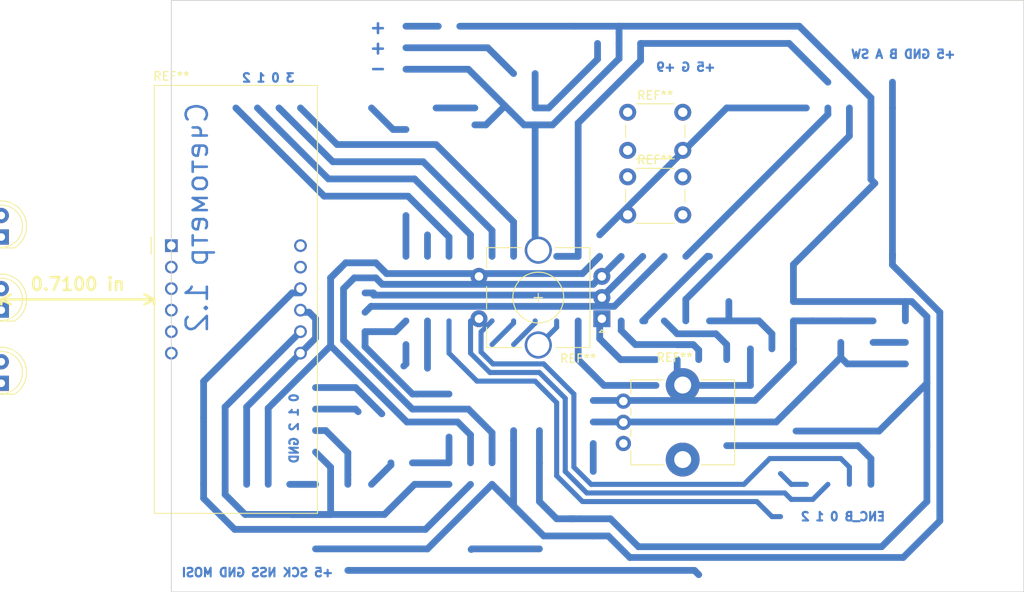
<source format=kicad_pcb>
(kicad_pcb (version 20171130) (host pcbnew "(5.0.2)-1")

  (general
    (thickness 1.6)
    (drawings 23)
    (tracks 278)
    (zones 0)
    (modules 8)
    (nets 32)
  )

  (page A4)
  (layers
    (0 F.Cu signal hide)
    (31 B.Cu signal hide)
    (32 B.Adhes user hide)
    (33 F.Adhes user hide)
    (34 B.Paste user hide)
    (35 F.Paste user hide)
    (36 B.SilkS user hide)
    (37 F.SilkS user)
    (38 B.Mask user hide)
    (39 F.Mask user hide)
    (40 Dwgs.User user hide)
    (41 Cmts.User user hide)
    (42 Eco1.User user hide)
    (43 Eco2.User user hide)
    (44 Edge.Cuts user)
    (45 Margin user hide)
    (46 B.CrtYd user hide)
    (47 F.CrtYd user hide)
    (48 B.Fab user hide)
    (49 F.Fab user)
  )

  (setup
    (last_trace_width 0.8)
    (trace_clearance 0.2)
    (zone_clearance 0.508)
    (zone_45_only no)
    (trace_min 0.2)
    (segment_width 0.2)
    (edge_width 0.1)
    (via_size 0.8)
    (via_drill 0.4)
    (via_min_size 0.4)
    (via_min_drill 0.3)
    (uvia_size 0.3)
    (uvia_drill 0.1)
    (uvias_allowed no)
    (uvia_min_size 0.2)
    (uvia_min_drill 0.1)
    (pcb_text_width 0.3)
    (pcb_text_size 1.5 1.5)
    (mod_edge_width 0.15)
    (mod_text_size 1 1)
    (mod_text_width 0.15)
    (pad_size 1.5 1.5)
    (pad_drill 0.6)
    (pad_to_mask_clearance 0)
    (solder_mask_min_width 0.25)
    (aux_axis_origin 123.698 182.372)
    (visible_elements 7FFFFFFF)
    (pcbplotparams
      (layerselection 0x010fc_ffffffff)
      (usegerberextensions false)
      (usegerberattributes false)
      (usegerberadvancedattributes false)
      (creategerberjobfile false)
      (excludeedgelayer true)
      (linewidth 0.100000)
      (plotframeref false)
      (viasonmask false)
      (mode 1)
      (useauxorigin false)
      (hpglpennumber 1)
      (hpglpenspeed 20)
      (hpglpendiameter 15.000000)
      (psnegative false)
      (psa4output false)
      (plotreference true)
      (plotvalue true)
      (plotinvisibletext false)
      (padsonsilk false)
      (subtractmaskfromsilk false)
      (outputformat 1)
      (mirror false)
      (drillshape 1)
      (scaleselection 1)
      (outputdirectory ""))
  )

  (net 0 "")
  (net 1 "Net-(BT1-Pad1)")
  (net 2 GND)
  (net 3 "Net-(C3-Pad1)")
  (net 4 +9V)
  (net 5 +5V)
  (net 6 "Net-(J1-Pad3)")
  (net 7 "Net-(J3-Pad2)")
  (net 8 NRST)
  (net 9 BUTTON2)
  (net 10 BUTTON1)
  (net 11 BUTTON0)
  (net 12 ENC_BUTTON)
  (net 13 DIG3)
  (net 14 DIG0)
  (net 15 DIG1)
  (net 16 DIG2)
  (net 17 LED0)
  (net 18 LED1)
  (net 19 ENC_A)
  (net 20 ENC_B)
  (net 21 SPI_NSS)
  (net 22 SOUND_OUT)
  (net 23 "Net-(LS1-Pad2)")
  (net 24 "Net-(R12-Pad2)")
  (net 25 "Net-(R18-Pad1)")
  (net 26 "Net-(R18-Pad2)")
  (net 27 "Net-(R23-Pad2)")
  (net 28 "Net-(J7-Pad1)")
  (net 29 "Net-(J7-Pad2)")
  (net 30 "Net-(J7-Pad3)")
  (net 31 "Net-(R25-Pad2)")

  (net_class Default "Это класс цепей по умолчанию."
    (clearance 0.2)
    (trace_width 0.8)
    (via_dia 0.8)
    (via_drill 0.4)
    (uvia_dia 0.3)
    (uvia_drill 0.1)
    (add_net +5V)
    (add_net +9V)
    (add_net BUTTON0)
    (add_net BUTTON1)
    (add_net BUTTON2)
    (add_net DIG0)
    (add_net DIG1)
    (add_net DIG2)
    (add_net DIG3)
    (add_net ENC_A)
    (add_net ENC_B)
    (add_net ENC_BUTTON)
    (add_net GND)
    (add_net LED0)
    (add_net LED1)
    (add_net NRST)
    (add_net "Net-(BT1-Pad1)")
    (add_net "Net-(C3-Pad1)")
    (add_net "Net-(J1-Pad3)")
    (add_net "Net-(J3-Pad2)")
    (add_net "Net-(J7-Pad1)")
    (add_net "Net-(J7-Pad2)")
    (add_net "Net-(J7-Pad3)")
    (add_net "Net-(LS1-Pad2)")
    (add_net "Net-(R12-Pad2)")
    (add_net "Net-(R18-Pad1)")
    (add_net "Net-(R18-Pad2)")
    (add_net "Net-(R23-Pad2)")
    (add_net "Net-(R25-Pad2)")
    (add_net SOUND_OUT)
    (add_net SPI_NSS)
  )

  (module Display_7Segment:CC56-12GWA (layer F.Cu) (tedit 5A02FE84) (tstamp 5DE35DAB)
    (at 133.096 84.582)
    (descr "4 digit 7 segment green LED, http://www.kingbrightusa.com/images/catalog/SPEC/CA56-11GWA.pdf")
    (tags "4 digit 7 segment green LED")
    (fp_text reference REF** (at 0 -20) (layer F.SilkS)
      (effects (font (size 1 1) (thickness 0.15)))
    )
    (fp_text value CC56-12GWA (at 82.296 -8.636) (layer F.Fab)
      (effects (font (size 1 1) (thickness 0.15)))
    )
    (fp_text user %R (at 8.128 6.604) (layer F.Fab)
      (effects (font (size 1 1) (thickness 0.15)))
    )
    (fp_line (start -1.88 1) (end -1.88 31.5) (layer F.Fab) (width 0.1))
    (fp_line (start -1.88 31.5) (end 17.12 31.5) (layer F.Fab) (width 0.1))
    (fp_line (start 17.12 -18.8) (end 17.12 31.5) (layer F.Fab) (width 0.1))
    (fp_line (start -1.88 -18.8) (end 17.12 -18.8) (layer F.Fab) (width 0.1))
    (fp_line (start -2.38 -1) (end -2.38 1) (layer F.SilkS) (width 0.12))
    (fp_line (start -2.13 31.75) (end -2.13 -19.05) (layer F.CrtYd) (width 0.05))
    (fp_line (start 17.37 31.75) (end -2.13 31.75) (layer F.CrtYd) (width 0.05))
    (fp_line (start 17.37 -19.05) (end 17.37 31.75) (layer F.CrtYd) (width 0.05))
    (fp_line (start -2.13 -19.05) (end 17.37 -19.05) (layer F.CrtYd) (width 0.05))
    (fp_line (start -1.88 -1) (end -1.88 -18.8) (layer F.Fab) (width 0.1))
    (fp_line (start -0.88 0) (end -1.88 -1) (layer F.Fab) (width 0.1))
    (fp_line (start -1.88 1) (end -0.88 0) (layer F.Fab) (width 0.1))
    (fp_line (start 17.24 31.62) (end 17.24 -18.92) (layer F.SilkS) (width 0.12))
    (fp_line (start -2 31.62) (end 17.24 31.62) (layer F.SilkS) (width 0.12))
    (fp_line (start -2 -18.92) (end -2 31.62) (layer F.SilkS) (width 0.12))
    (fp_line (start -2 -18.92) (end 17.24 -18.92) (layer F.SilkS) (width 0.12))
    (pad 12 thru_hole circle (at 15.24 0) (size 1.5 1.5) (drill 1) (layers *.Cu *.Mask))
    (pad 11 thru_hole circle (at 15.24 2.54) (size 1.5 1.5) (drill 1) (layers *.Cu *.Mask))
    (pad 10 thru_hole circle (at 15.24 5.08) (size 1.5 1.5) (drill 1) (layers *.Cu *.Mask))
    (pad 9 thru_hole circle (at 15.24 7.62) (size 1.5 1.5) (drill 1) (layers *.Cu *.Mask))
    (pad 8 thru_hole circle (at 15.24 10.16) (size 1.5 1.5) (drill 1) (layers *.Cu *.Mask))
    (pad 7 thru_hole circle (at 15.24 12.7) (size 1.5 1.5) (drill 1) (layers *.Cu *.Mask))
    (pad 6 thru_hole circle (at 0 12.7) (size 1.5 1.5) (drill 1) (layers *.Cu *.Mask))
    (pad 5 thru_hole circle (at 0 10.16) (size 1.5 1.5) (drill 1) (layers *.Cu *.Mask))
    (pad 4 thru_hole circle (at 0 7.62) (size 1.5 1.5) (drill 1) (layers *.Cu *.Mask))
    (pad 3 thru_hole circle (at 0 5.08) (size 1.5 1.5) (drill 1) (layers *.Cu *.Mask))
    (pad 2 thru_hole circle (at 0 2.54) (size 1.5 1.5) (drill 1) (layers *.Cu *.Mask))
    (pad 1 thru_hole rect (at 0 0) (size 1.5 1.5) (drill 1) (layers *.Cu *.Mask))
    (model ${KISYS3DMOD}/Display_7Segment.3dshapes/CC56-12GWA.wrl
      (at (xyz 0 0 0))
      (scale (xyz 1 1 1))
      (rotate (xyz 0 0 0))
    )
  )

  (module Rotary_Encoder:RotaryEncoder_Alps_EC11E-Switch_Vertical_H20mm_CircularMountingHoles (layer F.Cu) (tedit 5DD6D286) (tstamp 5DE35FF8)
    (at 183.896 93.218 180)
    (descr "Alps rotary encoder, EC12E... with switch, vertical shaft, mounting holes with circular drills, http://www.alps.com/prod/info/E/HTML/Encoder/Incremental/EC11/EC11E15204A3.html")
    (tags "rotary encoder")
    (fp_text reference REF** (at 2.8 -4.7 180) (layer F.SilkS)
      (effects (font (size 1 1) (thickness 0.15)))
    )
    (fp_text value RotaryEncoder_Alps_EC11E-Switch_Vertical_H20mm_CircularMountingHoles (at -25.654 32.258 180) (layer F.Fab)
      (effects (font (size 1 1) (thickness 0.15)))
    )
    (fp_circle (center 7.5 2.5) (end 10.5 2.5) (layer F.Fab) (width 0.12))
    (fp_circle (center 7.5 2.5) (end 10.5 2.5) (layer F.SilkS) (width 0.12))
    (fp_line (start 16 10.2) (end -1.5 10.2) (layer F.CrtYd) (width 0.05))
    (fp_line (start 16 10.2) (end 16 -5.2) (layer F.CrtYd) (width 0.05))
    (fp_line (start -1.5 -5.2) (end -1.5 10.2) (layer F.CrtYd) (width 0.05))
    (fp_line (start -1.5 -5.2) (end 16 -5.2) (layer F.CrtYd) (width 0.05))
    (fp_line (start 2.5 -3.3) (end 13.5 -3.3) (layer F.Fab) (width 0.12))
    (fp_line (start 13.5 -3.3) (end 13.5 8.3) (layer F.Fab) (width 0.12))
    (fp_line (start 13.5 8.3) (end 1.5 8.3) (layer F.Fab) (width 0.12))
    (fp_line (start 1.5 8.3) (end 1.5 -2.2) (layer F.Fab) (width 0.12))
    (fp_line (start 1.5 -2.2) (end 2.5 -3.3) (layer F.Fab) (width 0.12))
    (fp_line (start 9.5 -3.4) (end 13.6 -3.4) (layer F.SilkS) (width 0.12))
    (fp_line (start 13.6 8.4) (end 9.5 8.4) (layer F.SilkS) (width 0.12))
    (fp_line (start 5.5 8.4) (end 1.4 8.4) (layer F.SilkS) (width 0.12))
    (fp_line (start 5.5 -3.4) (end 1.4 -3.4) (layer F.SilkS) (width 0.12))
    (fp_line (start 1.4 -3.4) (end 1.4 8.4) (layer F.SilkS) (width 0.12))
    (fp_line (start 0 -1.3) (end -0.3 -1.6) (layer F.SilkS) (width 0.12))
    (fp_line (start -0.3 -1.6) (end 0.3 -1.6) (layer F.SilkS) (width 0.12))
    (fp_line (start 0.3 -1.6) (end 0 -1.3) (layer F.SilkS) (width 0.12))
    (fp_line (start 7.5 -0.5) (end 7.5 5.5) (layer F.Fab) (width 0.12))
    (fp_line (start 4.5 2.5) (end 10.5 2.5) (layer F.Fab) (width 0.12))
    (fp_line (start 13.6 -3.4) (end 13.6 -1) (layer F.SilkS) (width 0.12))
    (fp_line (start 13.6 1.2) (end 13.6 3.8) (layer F.SilkS) (width 0.12))
    (fp_line (start 13.6 6) (end 13.6 8.4) (layer F.SilkS) (width 0.12))
    (fp_line (start 7.5 2) (end 7.5 3) (layer F.SilkS) (width 0.12))
    (fp_line (start 7 2.5) (end 8 2.5) (layer F.SilkS) (width 0.12))
    (fp_text user %R (at 11.1 6.3 180) (layer F.Fab)
      (effects (font (size 1 1) (thickness 0.15)))
    )
    (pad A thru_hole rect (at 0 0 180) (size 2 2) (drill 1) (layers *.Cu *.Mask))
    (pad C thru_hole circle (at 0 2.5 180) (size 2 2) (drill 1) (layers *.Cu *.Mask))
    (pad B thru_hole circle (at 0 5 180) (size 2 2) (drill 1) (layers *.Cu *.Mask))
    (pad MP thru_hole circle (at 7.5 -3.1 180) (size 3.2 3.2) (drill 2.6) (layers *.Cu *.Mask))
    (pad MP thru_hole circle (at 7.5 8.1 180) (size 3.2 3.2) (drill 2.6) (layers *.Cu *.Mask))
    (pad S2 thru_hole circle (at 14.5 0 180) (size 2 2) (drill 1) (layers *.Cu *.Mask))
    (pad S1 thru_hole circle (at 14.5 5 180) (size 2 2) (drill 1) (layers *.Cu *.Mask))
    (model ${KISYS3DMOD}/Rotary_Encoder.3dshapes/RotaryEncoder_Alps_EC11E-Switch_Vertical_H20mm_CircularMountingHoles.wrl
      (at (xyz 0 0 0))
      (scale (xyz 1 1 1))
      (rotate (xyz 0 0 0))
    )
  )

  (module Potentiometer_THT:Potentiometer_Alps_RK09K_Single_Vertical (layer F.Cu) (tedit 5A3D4993) (tstamp 5DE36B55)
    (at 186.436 107.95)
    (descr "Potentiometer, vertical, Alps RK09K Single, http://www.alps.com/prod/info/E/HTML/Potentiometer/RotaryPotentiometers/RK09K/RK09K_list.html")
    (tags "Potentiometer vertical Alps RK09K Single")
    (fp_text reference REF** (at 6.05 -10.15) (layer F.SilkS)
      (effects (font (size 1 1) (thickness 0.15)))
    )
    (fp_text value Potentiometer_Alps_RK09K_Single_Vertical (at 27.178 -36.83) (layer F.Fab)
      (effects (font (size 1 1) (thickness 0.15)))
    )
    (fp_text user %R (at 2 -2.5 90) (layer F.Fab)
      (effects (font (size 1 1) (thickness 0.15)))
    )
    (fp_line (start 13.25 -9.15) (end -1.15 -9.15) (layer F.CrtYd) (width 0.05))
    (fp_line (start 13.25 4.15) (end 13.25 -9.15) (layer F.CrtYd) (width 0.05))
    (fp_line (start -1.15 4.15) (end 13.25 4.15) (layer F.CrtYd) (width 0.05))
    (fp_line (start -1.15 -9.15) (end -1.15 4.15) (layer F.CrtYd) (width 0.05))
    (fp_line (start 13.12 -7.521) (end 13.12 2.52) (layer F.SilkS) (width 0.12))
    (fp_line (start 0.88 0.87) (end 0.88 2.52) (layer F.SilkS) (width 0.12))
    (fp_line (start 0.88 -1.629) (end 0.88 -0.87) (layer F.SilkS) (width 0.12))
    (fp_line (start 0.88 -4.129) (end 0.88 -3.37) (layer F.SilkS) (width 0.12))
    (fp_line (start 0.88 -7.521) (end 0.88 -5.871) (layer F.SilkS) (width 0.12))
    (fp_line (start 9.184 2.52) (end 13.12 2.52) (layer F.SilkS) (width 0.12))
    (fp_line (start 0.88 2.52) (end 4.817 2.52) (layer F.SilkS) (width 0.12))
    (fp_line (start 9.184 -7.521) (end 13.12 -7.521) (layer F.SilkS) (width 0.12))
    (fp_line (start 0.88 -7.521) (end 4.817 -7.521) (layer F.SilkS) (width 0.12))
    (fp_line (start 13 -7.4) (end 1 -7.4) (layer F.Fab) (width 0.1))
    (fp_line (start 13 2.4) (end 13 -7.4) (layer F.Fab) (width 0.1))
    (fp_line (start 1 2.4) (end 13 2.4) (layer F.Fab) (width 0.1))
    (fp_line (start 1 -7.4) (end 1 2.4) (layer F.Fab) (width 0.1))
    (fp_circle (center 7.5 -2.5) (end 10.5 -2.5) (layer F.Fab) (width 0.1))
    (pad "" np_thru_hole circle (at 7 1.9) (size 4 4) (drill 2) (layers *.Cu *.Mask))
    (pad "" np_thru_hole circle (at 7 -6.9) (size 4 4) (drill 2) (layers *.Cu *.Mask))
    (pad 1 thru_hole circle (at 0 0) (size 1.8 1.8) (drill 1) (layers *.Cu *.Mask))
    (pad 2 thru_hole circle (at 0 -2.5) (size 1.8 1.8) (drill 1) (layers *.Cu *.Mask))
    (pad 3 thru_hole circle (at 0 -5) (size 1.8 1.8) (drill 1) (layers *.Cu *.Mask))
    (model ${KISYS3DMOD}/Potentiometer_THT.3dshapes/Potentiometer_Alps_RK09K_Single_Vertical.wrl
      (at (xyz 0 0 0))
      (scale (xyz 1 1 1))
      (rotate (xyz 0 0 0))
    )
  )

  (module Button_Switch_THT:SW_PUSH_6mm_H5mm (layer F.Cu) (tedit 5A02FE31) (tstamp 5DE36C86)
    (at 186.944 76.454)
    (descr "tactile push button, 6x6mm e.g. PHAP33xx series, height=5mm")
    (tags "tact sw push 6mm")
    (fp_text reference REF** (at 3.25 -2) (layer F.SilkS)
      (effects (font (size 1 1) (thickness 0.15)))
    )
    (fp_text value SW_PUSH_6mm_H5mm (at 26.67 -9.398) (layer F.Fab)
      (effects (font (size 1 1) (thickness 0.15)))
    )
    (fp_circle (center 3.25 2.25) (end 1.25 2.5) (layer F.Fab) (width 0.1))
    (fp_line (start 6.75 3) (end 6.75 1.5) (layer F.SilkS) (width 0.12))
    (fp_line (start 5.5 -1) (end 1 -1) (layer F.SilkS) (width 0.12))
    (fp_line (start -0.25 1.5) (end -0.25 3) (layer F.SilkS) (width 0.12))
    (fp_line (start 1 5.5) (end 5.5 5.5) (layer F.SilkS) (width 0.12))
    (fp_line (start 8 -1.25) (end 8 5.75) (layer F.CrtYd) (width 0.05))
    (fp_line (start 7.75 6) (end -1.25 6) (layer F.CrtYd) (width 0.05))
    (fp_line (start -1.5 5.75) (end -1.5 -1.25) (layer F.CrtYd) (width 0.05))
    (fp_line (start -1.25 -1.5) (end 7.75 -1.5) (layer F.CrtYd) (width 0.05))
    (fp_line (start -1.5 6) (end -1.25 6) (layer F.CrtYd) (width 0.05))
    (fp_line (start -1.5 5.75) (end -1.5 6) (layer F.CrtYd) (width 0.05))
    (fp_line (start -1.5 -1.5) (end -1.25 -1.5) (layer F.CrtYd) (width 0.05))
    (fp_line (start -1.5 -1.25) (end -1.5 -1.5) (layer F.CrtYd) (width 0.05))
    (fp_line (start 8 -1.5) (end 8 -1.25) (layer F.CrtYd) (width 0.05))
    (fp_line (start 7.75 -1.5) (end 8 -1.5) (layer F.CrtYd) (width 0.05))
    (fp_line (start 8 6) (end 8 5.75) (layer F.CrtYd) (width 0.05))
    (fp_line (start 7.75 6) (end 8 6) (layer F.CrtYd) (width 0.05))
    (fp_line (start 0.25 -0.75) (end 3.25 -0.75) (layer F.Fab) (width 0.1))
    (fp_line (start 0.25 5.25) (end 0.25 -0.75) (layer F.Fab) (width 0.1))
    (fp_line (start 6.25 5.25) (end 0.25 5.25) (layer F.Fab) (width 0.1))
    (fp_line (start 6.25 -0.75) (end 6.25 5.25) (layer F.Fab) (width 0.1))
    (fp_line (start 3.25 -0.75) (end 6.25 -0.75) (layer F.Fab) (width 0.1))
    (fp_text user %R (at 3.25 2.25) (layer F.Fab)
      (effects (font (size 1 1) (thickness 0.15)))
    )
    (pad 1 thru_hole circle (at 6.5 0 90) (size 2 2) (drill 1.1) (layers *.Cu *.Mask))
    (pad 2 thru_hole circle (at 6.5 4.5 90) (size 2 2) (drill 1.1) (layers *.Cu *.Mask))
    (pad 1 thru_hole circle (at 0 0 90) (size 2 2) (drill 1.1) (layers *.Cu *.Mask))
    (pad 2 thru_hole circle (at 0 4.5 90) (size 2 2) (drill 1.1) (layers *.Cu *.Mask))
    (model ${KISYS3DMOD}/Button_Switch_THT.3dshapes/SW_PUSH_6mm_H5mm.wrl
      (at (xyz 0 0 0))
      (scale (xyz 1 1 1))
      (rotate (xyz 0 0 0))
    )
  )

  (module Button_Switch_THT:SW_PUSH_6mm_H5mm (layer F.Cu) (tedit 5A02FE31) (tstamp 5DE36D23)
    (at 186.944 68.834)
    (descr "tactile push button, 6x6mm e.g. PHAP33xx series, height=5mm")
    (tags "tact sw push 6mm")
    (fp_text reference REF** (at 3.25 -2) (layer F.SilkS)
      (effects (font (size 1 1) (thickness 0.15)))
    )
    (fp_text value SW_PUSH_6mm_H5mm (at 25.654 -4.826) (layer F.Fab)
      (effects (font (size 1 1) (thickness 0.15)))
    )
    (fp_circle (center 3.25 2.25) (end 1.25 2.5) (layer F.Fab) (width 0.1))
    (fp_line (start 6.75 3) (end 6.75 1.5) (layer F.SilkS) (width 0.12))
    (fp_line (start 5.5 -1) (end 1 -1) (layer F.SilkS) (width 0.12))
    (fp_line (start -0.25 1.5) (end -0.25 3) (layer F.SilkS) (width 0.12))
    (fp_line (start 1 5.5) (end 5.5 5.5) (layer F.SilkS) (width 0.12))
    (fp_line (start 8 -1.25) (end 8 5.75) (layer F.CrtYd) (width 0.05))
    (fp_line (start 7.75 6) (end -1.25 6) (layer F.CrtYd) (width 0.05))
    (fp_line (start -1.5 5.75) (end -1.5 -1.25) (layer F.CrtYd) (width 0.05))
    (fp_line (start -1.25 -1.5) (end 7.75 -1.5) (layer F.CrtYd) (width 0.05))
    (fp_line (start -1.5 6) (end -1.25 6) (layer F.CrtYd) (width 0.05))
    (fp_line (start -1.5 5.75) (end -1.5 6) (layer F.CrtYd) (width 0.05))
    (fp_line (start -1.5 -1.5) (end -1.25 -1.5) (layer F.CrtYd) (width 0.05))
    (fp_line (start -1.5 -1.25) (end -1.5 -1.5) (layer F.CrtYd) (width 0.05))
    (fp_line (start 8 -1.5) (end 8 -1.25) (layer F.CrtYd) (width 0.05))
    (fp_line (start 7.75 -1.5) (end 8 -1.5) (layer F.CrtYd) (width 0.05))
    (fp_line (start 8 6) (end 8 5.75) (layer F.CrtYd) (width 0.05))
    (fp_line (start 7.75 6) (end 8 6) (layer F.CrtYd) (width 0.05))
    (fp_line (start 0.25 -0.75) (end 3.25 -0.75) (layer F.Fab) (width 0.1))
    (fp_line (start 0.25 5.25) (end 0.25 -0.75) (layer F.Fab) (width 0.1))
    (fp_line (start 6.25 5.25) (end 0.25 5.25) (layer F.Fab) (width 0.1))
    (fp_line (start 6.25 -0.75) (end 6.25 5.25) (layer F.Fab) (width 0.1))
    (fp_line (start 3.25 -0.75) (end 6.25 -0.75) (layer F.Fab) (width 0.1))
    (fp_text user %R (at 3.25 2.25) (layer F.Fab)
      (effects (font (size 1 1) (thickness 0.15)))
    )
    (pad 1 thru_hole circle (at 6.5 0 90) (size 2 2) (drill 1.1) (layers *.Cu *.Mask))
    (pad 2 thru_hole circle (at 6.5 4.5 90) (size 2 2) (drill 1.1) (layers *.Cu *.Mask))
    (pad 1 thru_hole circle (at 0 0 90) (size 2 2) (drill 1.1) (layers *.Cu *.Mask))
    (pad 2 thru_hole circle (at 0 4.5 90) (size 2 2) (drill 1.1) (layers *.Cu *.Mask))
    (model ${KISYS3DMOD}/Button_Switch_THT.3dshapes/SW_PUSH_6mm_H5mm.wrl
      (at (xyz 0 0 0))
      (scale (xyz 1 1 1))
      (rotate (xyz 0 0 0))
    )
  )

  (module LED_THT:LED_D5.0mm (layer F.Cu) (tedit 5995936A) (tstamp 5DE37789)
    (at 113.03 100.838 90)
    (descr "LED, diameter 5.0mm, 2 pins, http://cdn-reichelt.de/documents/datenblatt/A500/LL-504BC2E-009.pdf")
    (tags "LED diameter 5.0mm 2 pins")
    (fp_text reference REF** (at 1.27 -3.96 90) (layer F.SilkS)
      (effects (font (size 1 1) (thickness 0.15)))
    )
    (fp_text value LED_D5.0mm (at 23.114 117.856 90) (layer F.Fab)
      (effects (font (size 1 1) (thickness 0.15)))
    )
    (fp_text user %R (at 1.25 0 90) (layer F.Fab)
      (effects (font (size 0.8 0.8) (thickness 0.2)))
    )
    (fp_line (start 4.5 -3.25) (end -1.95 -3.25) (layer F.CrtYd) (width 0.05))
    (fp_line (start 4.5 3.25) (end 4.5 -3.25) (layer F.CrtYd) (width 0.05))
    (fp_line (start -1.95 3.25) (end 4.5 3.25) (layer F.CrtYd) (width 0.05))
    (fp_line (start -1.95 -3.25) (end -1.95 3.25) (layer F.CrtYd) (width 0.05))
    (fp_line (start -1.29 -1.545) (end -1.29 1.545) (layer F.SilkS) (width 0.12))
    (fp_line (start -1.23 -1.469694) (end -1.23 1.469694) (layer F.Fab) (width 0.1))
    (fp_circle (center 1.27 0) (end 3.77 0) (layer F.SilkS) (width 0.12))
    (fp_circle (center 1.27 0) (end 3.77 0) (layer F.Fab) (width 0.1))
    (fp_arc (start 1.27 0) (end -1.29 1.54483) (angle -148.9) (layer F.SilkS) (width 0.12))
    (fp_arc (start 1.27 0) (end -1.29 -1.54483) (angle 148.9) (layer F.SilkS) (width 0.12))
    (fp_arc (start 1.27 0) (end -1.23 -1.469694) (angle 299.1) (layer F.Fab) (width 0.1))
    (pad 2 thru_hole circle (at 2.54 0 90) (size 1.8 1.8) (drill 0.9) (layers *.Cu *.Mask))
    (pad 1 thru_hole rect (at 0 0 90) (size 1.8 1.8) (drill 0.9) (layers *.Cu *.Mask))
    (model ${KISYS3DMOD}/LED_THT.3dshapes/LED_D5.0mm.wrl
      (at (xyz 0 0 0))
      (scale (xyz 1 1 1))
      (rotate (xyz 0 0 0))
    )
  )

  (module LED_THT:LED_D5.0mm (layer F.Cu) (tedit 5995936A) (tstamp 5DE3782A)
    (at 113.03 92.202 90)
    (descr "LED, diameter 5.0mm, 2 pins, http://cdn-reichelt.de/documents/datenblatt/A500/LL-504BC2E-009.pdf")
    (tags "LED diameter 5.0mm 2 pins")
    (fp_text reference REF** (at 1.27 -3.96 90) (layer F.SilkS)
      (effects (font (size 1 1) (thickness 0.15)))
    )
    (fp_text value LED_D5.0mm (at 14.732 115.062 90) (layer F.Fab)
      (effects (font (size 1 1) (thickness 0.15)))
    )
    (fp_text user %R (at 1.25 0 90) (layer F.Fab)
      (effects (font (size 0.8 0.8) (thickness 0.2)))
    )
    (fp_line (start 4.5 -3.25) (end -1.95 -3.25) (layer F.CrtYd) (width 0.05))
    (fp_line (start 4.5 3.25) (end 4.5 -3.25) (layer F.CrtYd) (width 0.05))
    (fp_line (start -1.95 3.25) (end 4.5 3.25) (layer F.CrtYd) (width 0.05))
    (fp_line (start -1.95 -3.25) (end -1.95 3.25) (layer F.CrtYd) (width 0.05))
    (fp_line (start -1.29 -1.545) (end -1.29 1.545) (layer F.SilkS) (width 0.12))
    (fp_line (start -1.23 -1.469694) (end -1.23 1.469694) (layer F.Fab) (width 0.1))
    (fp_circle (center 1.27 0) (end 3.77 0) (layer F.SilkS) (width 0.12))
    (fp_circle (center 1.27 0) (end 3.77 0) (layer F.Fab) (width 0.1))
    (fp_arc (start 1.27 0) (end -1.29 1.54483) (angle -148.9) (layer F.SilkS) (width 0.12))
    (fp_arc (start 1.27 0) (end -1.29 -1.54483) (angle 148.9) (layer F.SilkS) (width 0.12))
    (fp_arc (start 1.27 0) (end -1.23 -1.469694) (angle 299.1) (layer F.Fab) (width 0.1))
    (pad 2 thru_hole circle (at 2.54 0 90) (size 1.8 1.8) (drill 0.9) (layers *.Cu *.Mask))
    (pad 1 thru_hole rect (at 0 0 90) (size 1.8 1.8) (drill 0.9) (layers *.Cu *.Mask))
    (model ${KISYS3DMOD}/LED_THT.3dshapes/LED_D5.0mm.wrl
      (at (xyz 0 0 0))
      (scale (xyz 1 1 1))
      (rotate (xyz 0 0 0))
    )
  )

  (module LED_THT:LED_D5.0mm (layer F.Cu) (tedit 5995936A) (tstamp 5DE378CB)
    (at 113.03 83.566 90)
    (descr "LED, diameter 5.0mm, 2 pins, http://cdn-reichelt.de/documents/datenblatt/A500/LL-504BC2E-009.pdf")
    (tags "LED diameter 5.0mm 2 pins")
    (fp_text reference REF** (at 1.27 -3.96 90) (layer F.SilkS)
      (effects (font (size 1 1) (thickness 0.15)))
    )
    (fp_text value LED_D5.0mm (at 6.096 113.03 90) (layer F.Fab)
      (effects (font (size 1 1) (thickness 0.15)))
    )
    (fp_text user %R (at 1.25 0 90) (layer F.Fab)
      (effects (font (size 0.8 0.8) (thickness 0.2)))
    )
    (fp_line (start 4.5 -3.25) (end -1.95 -3.25) (layer F.CrtYd) (width 0.05))
    (fp_line (start 4.5 3.25) (end 4.5 -3.25) (layer F.CrtYd) (width 0.05))
    (fp_line (start -1.95 3.25) (end 4.5 3.25) (layer F.CrtYd) (width 0.05))
    (fp_line (start -1.95 -3.25) (end -1.95 3.25) (layer F.CrtYd) (width 0.05))
    (fp_line (start -1.29 -1.545) (end -1.29 1.545) (layer F.SilkS) (width 0.12))
    (fp_line (start -1.23 -1.469694) (end -1.23 1.469694) (layer F.Fab) (width 0.1))
    (fp_circle (center 1.27 0) (end 3.77 0) (layer F.SilkS) (width 0.12))
    (fp_circle (center 1.27 0) (end 3.77 0) (layer F.Fab) (width 0.1))
    (fp_arc (start 1.27 0) (end -1.29 1.54483) (angle -148.9) (layer F.SilkS) (width 0.12))
    (fp_arc (start 1.27 0) (end -1.29 -1.54483) (angle 148.9) (layer F.SilkS) (width 0.12))
    (fp_arc (start 1.27 0) (end -1.23 -1.469694) (angle 299.1) (layer F.Fab) (width 0.1))
    (pad 2 thru_hole circle (at 2.54 0 90) (size 1.8 1.8) (drill 0.9) (layers *.Cu *.Mask))
    (pad 1 thru_hole rect (at 0 0 90) (size 1.8 1.8) (drill 0.9) (layers *.Cu *.Mask))
    (model ${KISYS3DMOD}/LED_THT.3dshapes/LED_D5.0mm.wrl
      (at (xyz 0 0 0))
      (scale (xyz 1 1 1))
      (rotate (xyz 0 0 0))
    )
  )

  (dimension 18.034 (width 0.3) (layer F.SilkS)
    (gr_text "18,034 мм" (at 122.047 93.032) (layer F.SilkS) (tstamp 5DE3B893)
      (effects (font (size 1.5 1.5) (thickness 0.3)))
    )
    (feature1 (pts (xy 131.064 90.932) (xy 131.064 91.518421)))
    (feature2 (pts (xy 113.03 90.932) (xy 113.03 91.518421)))
    (crossbar (pts (xy 113.03 90.932) (xy 131.064 90.932)))
    (arrow1a (pts (xy 131.064 90.932) (xy 129.937496 91.518421)))
    (arrow1b (pts (xy 131.064 90.932) (xy 129.937496 90.345579)))
    (arrow2a (pts (xy 113.03 90.932) (xy 114.156504 91.518421)))
    (arrow2b (pts (xy 113.03 90.932) (xy 114.156504 90.345579)))
  )
  (gr_text "Счетометр 1.2" (at 136.144 81.28 90) (layer B.Cu)
    (effects (font (size 2.5 2.5) (thickness 0.3)) (justify mirror))
  )
  (gr_text "+5 G +9\n" (at 193.802 63.5) (layer B.Cu)
    (effects (font (size 1 1) (thickness 0.25)) (justify mirror))
  )
  (gr_text "+\n+\n-\n" (at 157.48 61.214) (layer B.Cu)
    (effects (font (size 1.5 1.5) (thickness 0.3)) (justify mirror))
  )
  (gr_text "+5 GND B A SW\n" (at 219.456 61.976) (layer B.Cu)
    (effects (font (size 1 1) (thickness 0.25)) (justify mirror))
  )
  (gr_text "0 1 2 GND" (at 147.574 106.172 90) (layer B.Cu)
    (effects (font (size 1 1) (thickness 0.25)) (justify mirror))
  )
  (gr_text "ENC_B 0 1 2" (at 212.344 116.586) (layer B.Cu)
    (effects (font (size 1 1) (thickness 0.25)) (justify mirror))
  )
  (gr_text "3 0 1 2" (at 144.526 64.77) (layer B.Cu)
    (effects (font (size 1 1) (thickness 0.25)) (justify mirror))
  )
  (gr_text "+5 SCK NSS GND MOSI" (at 143.256 123.19) (layer B.Cu)
    (effects (font (size 1 1) (thickness 0.25)) (justify mirror))
  )
  (gr_circle (center 135.89 120.396) (end 136.398 121.666) (layer B.Mask) (width 0.2))
  (gr_circle (center 143.002 85.598) (end 143.764 86.614) (layer B.Mask) (width 0.2))
  (gr_circle (center 230.886 122.682) (end 231.648 123.698) (layer B.Mask) (width 0.2))
  (gr_circle (center 227.584 75.692) (end 228.6 76.454) (layer B.Mask) (width 0.2))
  (gr_circle (center 230.886 58.42) (end 231.902 59.182) (layer B.Mask) (width 0.2))
  (gr_circle (center 135.89 58.42) (end 136.906 59.182) (layer B.Mask) (width 0.2))
  (gr_line (start 133.096 56.388) (end 133.096 55.626) (layer Edge.Cuts) (width 0.1))
  (gr_line (start 233.68 56.388) (end 233.68 55.626) (layer Edge.Cuts) (width 0.1))
  (gr_line (start 233.68 125.476) (end 233.68 124.714) (layer Edge.Cuts) (width 0.1))
  (gr_line (start 133.096 125.476) (end 133.096 124.714) (layer Edge.Cuts) (width 0.1))
  (gr_line (start 233.68 56.388) (end 233.68 124.714) (layer Edge.Cuts) (width 0.1))
  (gr_line (start 133.096 56.388) (end 133.096 124.714) (layer Edge.Cuts) (width 0.1))
  (gr_line (start 233.68 125.476) (end 133.096 125.476) (layer Edge.Cuts) (width 0.1))
  (gr_line (start 133.096 55.626) (end 233.68 55.626) (layer Edge.Cuts) (width 0.1))

  (segment (start 160.782 58.674) (end 164.592 58.674) (width 0.8) (layer B.Cu) (net 1) (status 30))
  (segment (start 185.928 60.706) (end 185.928 59.436) (width 0.8) (layer B.Cu) (net 0) (status 10))
  (segment (start 185.928 60.706) (end 185.928 62.506) (width 0.8) (layer B.Cu) (net 0) (status 10))
  (segment (start 215.646 67.123919) (end 215.646 68.326) (width 0.8) (layer B.Cu) (net 0) (status 20))
  (segment (start 207.196081 58.674) (end 215.646 67.123919) (width 0.8) (layer B.Cu) (net 0))
  (segment (start 215.646 76.76) (end 216.102 77.216) (width 0.8) (layer B.Cu) (net 0) (status 30))
  (segment (start 215.646 68.326) (end 215.646 76.76) (width 0.8) (layer B.Cu) (net 0) (status 30))
  (segment (start 185.928 59.436) (end 185.928 58.674) (width 0.8) (layer B.Cu) (net 0))
  (segment (start 185.928 58.674) (end 207.196081 58.674) (width 0.8) (layer B.Cu) (net 0))
  (segment (start 185.928 62.506) (end 185.906 62.506) (width 0.8) (layer B.Cu) (net 0))
  (segment (start 178.086 70.326) (end 176.022 70.326) (width 0.8) (layer B.Cu) (net 0) (status 20))
  (segment (start 185.906 62.506) (end 178.086 70.326) (width 0.8) (layer B.Cu) (net 0))
  (segment (start 192.786 98.044) (end 192.786 101.092) (width 0.8) (layer B.Cu) (net 2) (status 30))
  (segment (start 139.446 104.394) (end 139.446 112.776) (width 0.8) (layer B.Cu) (net 0) (status 20))
  (segment (start 139.446 103.632) (end 139.446 104.394) (width 0.8) (layer B.Cu) (net 0))
  (segment (start 148.336 94.742) (end 139.446 103.632) (width 0.8) (layer B.Cu) (net 0) (status 10))
  (segment (start 139.446 113.978081) (end 141.799919 116.332) (width 0.8) (layer B.Cu) (net 0))
  (segment (start 139.446 112.776) (end 139.446 113.978081) (width 0.8) (layer B.Cu) (net 0) (status 10))
  (segment (start 185.928 58.674) (end 180.594 58.674) (width 0.8) (layer B.Cu) (net 0))
  (segment (start 167.132 58.674) (end 180.594 58.674) (width 0.8) (layer B.Cu) (net 0) (status 10))
  (segment (start 174.72 70.326) (end 176.022 70.326) (width 0.8) (layer B.Cu) (net 0) (status 20))
  (segment (start 160.782 63.754) (end 168.148 63.754) (width 0.8) (layer B.Cu) (net 0) (status 10))
  (segment (start 170.212 70.326) (end 172.466 68.072) (width 0.8) (layer B.Cu) (net 0))
  (segment (start 168.91 70.326) (end 170.212 70.326) (width 0.8) (layer B.Cu) (net 0) (status 10))
  (segment (start 168.148 63.754) (end 172.466 68.072) (width 0.8) (layer B.Cu) (net 0))
  (segment (start 172.466 68.072) (end 174.72 70.326) (width 0.8) (layer B.Cu) (net 0))
  (segment (start 206.502 91.186) (end 219.074 91.186) (width 0.8) (layer B.Cu) (net 0) (status 10))
  (segment (start 216.102 77.216) (end 206.502 86.816) (width 0.8) (layer B.Cu) (net 0) (status 10))
  (segment (start 206.502 86.816) (end 206.502 91.186) (width 0.8) (layer B.Cu) (net 0) (status 20))
  (segment (start 192.786 101.092) (end 199.644 101.092) (width 0.8) (layer B.Cu) (net 2) (status 10))
  (segment (start 178.562 94.234) (end 176.53 96.266) (width 0.6) (layer B.Cu) (net 0) (status 30))
  (segment (start 178.562 93.472) (end 178.562 94.234) (width 0.6) (layer B.Cu) (net 0) (status 30))
  (segment (start 176.022 85.852) (end 176.022 70.326) (width 0.8) (layer B.Cu) (net 0) (status 30))
  (segment (start 201.422 96.774) (end 201.422 101.092) (width 0.8) (layer B.Cu) (net 2))
  (segment (start 199.644 101.092) (end 201.422 101.092) (width 0.8) (layer B.Cu) (net 2))
  (segment (start 222.25 100.838) (end 222.25 92.964) (width 0.8) (layer B.Cu) (net 0))
  (segment (start 222.25 92.964) (end 220.472 91.186) (width 0.8) (layer B.Cu) (net 0))
  (segment (start 219.71 91.822) (end 219.71 91.186) (width 0.8) (layer B.Cu) (net 0))
  (segment (start 219.71 93.472) (end 219.71 91.822) (width 0.8) (layer B.Cu) (net 0))
  (segment (start 220.472 91.186) (end 219.71 91.186) (width 0.8) (layer B.Cu) (net 0))
  (segment (start 219.71 91.186) (end 219.074 91.186) (width 0.8) (layer B.Cu) (net 0))
  (segment (start 151.892 110.744) (end 151.892 116.332) (width 0.8) (layer B.Cu) (net 0))
  (segment (start 150.114 108.966) (end 151.892 110.744) (width 0.8) (layer B.Cu) (net 0))
  (segment (start 141.799919 116.332) (end 147.32 116.332) (width 0.8) (layer B.Cu) (net 0))
  (segment (start 147.32 116.332) (end 151.892 116.332) (width 0.8) (layer B.Cu) (net 0))
  (segment (start 222.25 100.838) (end 222.25 108.318002) (width 0.8) (layer B.Cu) (net 0))
  (segment (start 222.25 108.318002) (end 222.25 114.808) (width 0.8) (layer B.Cu) (net 0))
  (segment (start 184.912 116.84) (end 188.214 120.142) (width 0.8) (layer B.Cu) (net 0))
  (segment (start 216.916 120.142) (end 222.25 114.808) (width 0.8) (layer B.Cu) (net 0))
  (segment (start 188.214 120.142) (end 216.916 120.142) (width 0.8) (layer B.Cu) (net 0))
  (segment (start 181.356 116.84) (end 184.912 116.84) (width 0.8) (layer B.Cu) (net 0))
  (segment (start 180.086 116.84) (end 180.594 116.84) (width 0.8) (layer B.Cu) (net 0))
  (segment (start 180.594 116.84) (end 181.356 116.84) (width 0.8) (layer B.Cu) (net 0))
  (segment (start 216.607846 106.480154) (end 218.948 104.14) (width 0.8) (layer B.Cu) (net 0))
  (segment (start 206.810154 106.480154) (end 216.607846 106.480154) (width 0.8) (layer B.Cu) (net 0))
  (segment (start 218.948 104.14) (end 222.25 100.838) (width 0.8) (layer B.Cu) (net 0))
  (segment (start 180.594 116.84) (end 178.562 116.84) (width 0.8) (layer B.Cu) (net 0))
  (segment (start 178.562 116.84) (end 176.53 114.808) (width 0.8) (layer B.Cu) (net 0))
  (segment (start 176.53 106.426) (end 176.53 110.236) (width 0.8) (layer B.Cu) (net 0))
  (segment (start 176.53 110.236) (end 176.53 114.808) (width 0.8) (layer B.Cu) (net 0))
  (segment (start 168.54641 120.396) (end 168.474205 120.468205) (width 0.8) (layer B.Cu) (net 2))
  (segment (start 176.53 120.396) (end 168.54641 120.396) (width 0.8) (layer B.Cu) (net 2))
  (segment (start 161.798 112.776) (end 161.29 113.284) (width 0.8) (layer B.Cu) (net 0))
  (segment (start 165.862 112.776) (end 161.798 112.776) (width 0.8) (layer B.Cu) (net 0))
  (segment (start 158.242 116.332) (end 161.29 113.284) (width 0.8) (layer B.Cu) (net 0))
  (segment (start 147.32 116.332) (end 158.242 116.332) (width 0.8) (layer B.Cu) (net 0))
  (segment (start 181.102 93.472) (end 181.102 98.044) (width 0.8) (layer B.Cu) (net 0) (status 30))
  (segment (start 184.15 101.092) (end 190.286 101.092) (width 0.8) (layer B.Cu) (net 0) (status 20))
  (segment (start 181.102 98.044) (end 184.15 101.092) (width 0.8) (layer B.Cu) (net 0) (status 10))
  (segment (start 183.642 95.584) (end 186.102 98.044) (width 0.8) (layer B.Cu) (net 0) (status 20))
  (segment (start 183.642 93.472) (end 183.642 95.584) (width 0.8) (layer B.Cu) (net 0) (status 10))
  (segment (start 186.102 98.044) (end 190.286 98.044) (width 0.8) (layer B.Cu) (net 0) (status 30))
  (segment (start 164.338 68.326) (end 168.91 68.326) (width 0.8) (layer B.Cu) (net 3) (status 30))
  (segment (start 176.022 68.326) (end 176.022 64.262) (width 0.8) (layer B.Cu) (net 4) (status 30))
  (segment (start 183.388 62.506) (end 183.388 60.706) (width 0.8) (layer B.Cu) (net 4) (status 20))
  (segment (start 183.388 62.56) (end 183.388 62.506) (width 0.8) (layer B.Cu) (net 4))
  (segment (start 177.622 68.326) (end 183.388 62.56) (width 0.8) (layer B.Cu) (net 4))
  (segment (start 176.022 68.326) (end 177.622 68.326) (width 0.8) (layer B.Cu) (net 4) (status 10))
  (segment (start 181.102 85.852) (end 178.562 85.852) (width 0.8) (layer B.Cu) (net 5) (status 30))
  (segment (start 181.102 85.852) (end 181.102 77.216) (width 0.8) (layer B.Cu) (net 5) (status 30))
  (segment (start 181.102 77.216) (end 181.102 70.104) (width 0.8) (layer B.Cu) (net 5) (status 10))
  (segment (start 188.468 62.738) (end 188.468 60.706) (width 0.8) (layer B.Cu) (net 5) (status 20))
  (segment (start 181.102 70.104) (end 188.468 62.738) (width 0.8) (layer B.Cu) (net 5))
  (segment (start 205.994 60.706) (end 210.566 65.278) (width 0.8) (layer B.Cu) (net 5) (status 20))
  (segment (start 188.468 60.706) (end 205.994 60.706) (width 0.8) (layer B.Cu) (net 5) (status 10))
  (segment (start 218.186 65.278) (end 218.186 68.326) (width 0.8) (layer B.Cu) (net 5) (status 30))
  (segment (start 218.186 85.598) (end 218.186 86.106) (width 0.8) (layer B.Cu) (net 5))
  (segment (start 218.186 68.326) (end 218.186 85.598) (width 0.8) (layer B.Cu) (net 5) (status 10))
  (segment (start 147.066 112.776) (end 150.114 112.776) (width 0.8) (layer B.Cu) (net 5) (status 30))
  (segment (start 163.322 120.396) (end 170.942 112.776) (width 0.8) (layer B.Cu) (net 5) (status 20))
  (segment (start 150.114 120.396) (end 163.322 120.396) (width 0.8) (layer B.Cu) (net 5) (status 10))
  (segment (start 170.942 112.776) (end 171.791999 113.625999) (width 0.8) (layer B.Cu) (net 5) (status 30))
  (segment (start 182.88 118.872) (end 177.038 118.872) (width 0.8) (layer B.Cu) (net 5) (status 10))
  (segment (start 173.482 107.55737) (end 173.482 115.316) (width 0.8) (layer B.Cu) (net 5))
  (segment (start 173.482 106.426) (end 173.482 107.55737) (width 0.8) (layer B.Cu) (net 5) (status 10))
  (segment (start 171.791999 113.625999) (end 173.482 115.316) (width 0.8) (layer B.Cu) (net 5) (status 10))
  (segment (start 173.482 115.316) (end 177.038 118.872) (width 0.8) (layer B.Cu) (net 5))
  (segment (start 218.186 86.868) (end 218.186 85.598) (width 0.8) (layer B.Cu) (net 5))
  (segment (start 184.658 118.872) (end 187.198 121.412) (width 0.8) (layer B.Cu) (net 5))
  (segment (start 182.88 118.872) (end 184.658 118.872) (width 0.8) (layer B.Cu) (net 5))
  (segment (start 187.198 121.412) (end 219.456 121.412) (width 0.8) (layer B.Cu) (net 5))
  (segment (start 219.456 121.412) (end 223.774 117.094) (width 0.8) (layer B.Cu) (net 5))
  (segment (start 223.774 117.094) (end 223.774 92.456) (width 0.8) (layer B.Cu) (net 5))
  (segment (start 223.774 92.456) (end 218.186 86.868) (width 0.8) (layer B.Cu) (net 5))
  (segment (start 159.004 110.49) (end 156.718 112.776) (width 0.8) (layer B.Cu) (net 5))
  (segment (start 159.004 110.236) (end 159.004 110.49) (width 0.8) (layer B.Cu) (net 5))
  (segment (start 206.502 93.472) (end 208.788 93.472) (width 0.8) (layer B.Cu) (net 0) (status 30))
  (segment (start 208.788 93.472) (end 212.09 93.472) (width 0.8) (layer B.Cu) (net 0) (status 30))
  (segment (start 212.09 93.472) (end 215.9 93.472) (width 0.8) (layer B.Cu) (net 0) (status 30))
  (segment (start 206.502 96.774) (end 206.502 93.472) (width 0.8) (layer B.Cu) (net 0) (status 30))
  (segment (start 206.502 98.324) (end 206.502 96.774) (width 0.8) (layer B.Cu) (net 0) (status 20))
  (segment (start 201.956 102.87) (end 206.502 98.324) (width 0.8) (layer B.Cu) (net 0))
  (segment (start 182.88 102.87) (end 201.956 102.87) (width 0.8) (layer B.Cu) (net 0) (status 10))
  (segment (start 204.47 105.41) (end 208.788 101.092) (width 0.8) (layer B.Cu) (net 0) (status 20))
  (segment (start 182.88 105.41) (end 204.47 105.41) (width 0.8) (layer B.Cu) (net 0) (status 10))
  (segment (start 212.09 97.79) (end 208.788 101.092) (width 0.8) (layer B.Cu) (net 0) (status 20))
  (segment (start 212.09 96.012) (end 212.09 97.79) (width 0.8) (layer B.Cu) (net 0) (status 10))
  (segment (start 212.852 98.552) (end 212.09 97.79) (width 0.8) (layer B.Cu) (net 0))
  (segment (start 219.71 98.552) (end 212.852 98.552) (width 0.8) (layer B.Cu) (net 0) (status 10))
  (segment (start 182.88 111.252) (end 182.88 107.95) (width 0.8) (layer B.Cu) (net 6) (status 30))
  (segment (start 170.434 61.214) (end 173.482 64.262) (width 0.8) (layer B.Cu) (net 7) (status 20))
  (segment (start 160.782 61.214) (end 170.434 61.214) (width 0.8) (layer B.Cu) (net 7) (status 10))
  (segment (start 182.88 89.154) (end 186.182 85.852) (width 0.8) (layer B.Cu) (net 0) (status 20))
  (segment (start 157.988 89.154) (end 182.88 89.154) (width 0.8) (layer B.Cu) (net 0))
  (segment (start 157.226 88.392) (end 157.988 89.154) (width 0.8) (layer B.Cu) (net 0))
  (segment (start 154.686 88.392) (end 157.226 88.392) (width 0.8) (layer B.Cu) (net 0))
  (segment (start 170.942 110.236) (end 170.942 106.68) (width 0.8) (layer B.Cu) (net 0) (status 10))
  (segment (start 170.942 106.68) (end 168.148 103.886) (width 0.8) (layer B.Cu) (net 0))
  (segment (start 168.148 103.886) (end 161.544 103.886) (width 0.8) (layer B.Cu) (net 0))
  (segment (start 161.544 103.886) (end 153.416 95.758) (width 0.8) (layer B.Cu) (net 0))
  (segment (start 153.416 95.758) (end 153.416 89.662) (width 0.8) (layer B.Cu) (net 0))
  (segment (start 153.416 89.662) (end 154.686 88.392) (width 0.8) (layer B.Cu) (net 0))
  (segment (start 144.526 103.778002) (end 144.526 112.776) (width 0.8) (layer B.Cu) (net 0) (status 20))
  (segment (start 151.892 96.412002) (end 144.526 103.778002) (width 0.8) (layer B.Cu) (net 0))
  (segment (start 151.892 96.412002) (end 160.889998 105.41) (width 0.8) (layer B.Cu) (net 0))
  (segment (start 160.889998 105.41) (end 166.878 105.41) (width 0.8) (layer B.Cu) (net 0))
  (segment (start 168.402 106.934) (end 168.402 110.236) (width 0.8) (layer B.Cu) (net 0) (status 20))
  (segment (start 166.878 105.41) (end 168.402 106.934) (width 0.8) (layer B.Cu) (net 0))
  (segment (start 151.892 88.392) (end 153.031999 87.252001) (width 0.8) (layer B.Cu) (net 0))
  (segment (start 151.892 96.412002) (end 151.892 88.392) (width 0.8) (layer B.Cu) (net 0))
  (segment (start 153.67 86.614) (end 151.892 88.392) (width 0.8) (layer B.Cu) (net 0))
  (segment (start 157.226 86.614) (end 153.67 86.614) (width 0.8) (layer B.Cu) (net 0))
  (segment (start 158.496 87.884) (end 157.226 86.614) (width 0.8) (layer B.Cu) (net 0))
  (segment (start 183.642 85.852) (end 181.61 87.884) (width 0.8) (layer B.Cu) (net 0) (status 10))
  (segment (start 181.61 87.884) (end 158.496 87.884) (width 0.8) (layer B.Cu) (net 0))
  (segment (start 136.906 114.426) (end 140.574008 118.094008) (width 0.8) (layer B.Cu) (net 0))
  (segment (start 136.906 112.776) (end 136.906 114.426) (width 0.8) (layer B.Cu) (net 0) (status 10))
  (segment (start 163.083992 118.094008) (end 168.402 112.776) (width 0.8) (layer B.Cu) (net 0) (status 20))
  (segment (start 140.574008 118.094008) (end 163.083992 118.094008) (width 0.8) (layer B.Cu) (net 0))
  (segment (start 136.906 104.902) (end 136.906 112.776) (width 0.8) (layer B.Cu) (net 0) (status 20))
  (segment (start 136.906 100.610051) (end 136.906 104.902) (width 0.8) (layer B.Cu) (net 0))
  (segment (start 147.346051 90.17) (end 136.906 100.610051) (width 0.8) (layer B.Cu) (net 0))
  (segment (start 148.336 90.17) (end 147.346051 90.17) (width 0.8) (layer B.Cu) (net 0) (status 10))
  (segment (start 159.512 94.742) (end 155.956 94.742) (width 0.8) (layer B.Cu) (net 8) (status 20))
  (segment (start 160.782 93.472) (end 159.512 94.742) (width 0.8) (layer B.Cu) (net 8) (status 10))
  (segment (start 162.052 102.108) (end 165.862 102.108) (width 0.8) (layer B.Cu) (net 8))
  (segment (start 161.544 102.108) (end 162.052 102.108) (width 0.8) (layer B.Cu) (net 8))
  (segment (start 155.956 94.742) (end 155.956 96.52) (width 0.8) (layer B.Cu) (net 8))
  (segment (start 155.956 96.52) (end 161.544 102.108) (width 0.8) (layer B.Cu) (net 8))
  (segment (start 165.862 110.236) (end 165.862 107.188) (width 0.8) (layer B.Cu) (net 8) (status 30))
  (segment (start 161.544 110.236) (end 165.862 110.236) (width 0.8) (layer B.Cu) (net 8))
  (segment (start 206.248 112.776) (end 204.978 111.506) (width 0.6) (layer B.Cu) (net 9) (status 20))
  (segment (start 208.026 112.776) (end 206.248 112.776) (width 0.6) (layer B.Cu) (net 9) (status 10))
  (segment (start 168.402 93.472) (end 168.402 97.282) (width 0.6) (layer B.Cu) (net 10) (status 10))
  (segment (start 168.402 97.282) (end 170.688 99.568) (width 0.6) (layer B.Cu) (net 10))
  (segment (start 170.688 99.568) (end 176.53 99.568) (width 0.6) (layer B.Cu) (net 10))
  (segment (start 176.53 99.568) (end 179.578 102.616) (width 0.6) (layer B.Cu) (net 10))
  (segment (start 179.578 102.616) (end 179.578 111.252) (width 0.6) (layer B.Cu) (net 10))
  (segment (start 179.578 111.252) (end 182.118 113.792) (width 0.6) (layer B.Cu) (net 10))
  (segment (start 182.118 113.792) (end 205.486 113.792) (width 0.6) (layer B.Cu) (net 10))
  (segment (start 205.486 113.792) (end 206.248 114.554) (width 0.6) (layer B.Cu) (net 10))
  (segment (start 208.788 114.554) (end 210.566 112.776) (width 0.6) (layer B.Cu) (net 10) (status 20))
  (segment (start 206.248 114.554) (end 208.788 114.554) (width 0.6) (layer B.Cu) (net 10))
  (segment (start 169.641999 97.144001) (end 171.049998 98.552) (width 0.6) (layer B.Cu) (net 11))
  (segment (start 170.942 93.472) (end 169.641999 94.772001) (width 0.6) (layer B.Cu) (net 11) (status 10))
  (segment (start 169.641999 94.772001) (end 169.641999 97.144001) (width 0.6) (layer B.Cu) (net 11))
  (segment (start 177.038 98.552) (end 180.594 102.108) (width 0.6) (layer B.Cu) (net 11))
  (segment (start 171.049998 98.552) (end 177.038 98.552) (width 0.6) (layer B.Cu) (net 11))
  (segment (start 182.627998 112.776) (end 200.66 112.776) (width 0.6) (layer B.Cu) (net 11))
  (segment (start 180.594 110.742002) (end 182.627998 112.776) (width 0.6) (layer B.Cu) (net 11))
  (segment (start 180.594 102.108) (end 180.594 110.742002) (width 0.6) (layer B.Cu) (net 11))
  (segment (start 203.708 109.728) (end 212.09 109.728) (width 0.6) (layer B.Cu) (net 11))
  (segment (start 200.66 112.776) (end 203.708 109.728) (width 0.6) (layer B.Cu) (net 11))
  (segment (start 212.09 109.728) (end 213.106 110.744) (width 0.6) (layer B.Cu) (net 11))
  (segment (start 213.106 112.776) (end 213.106 110.744) (width 0.6) (layer B.Cu) (net 11) (status 10))
  (segment (start 215.646 109.728) (end 215.646 112.776) (width 0.8) (layer B.Cu) (net 12) (status 20))
  (segment (start 198.628 108.204) (end 214.122 108.204) (width 0.8) (layer B.Cu) (net 12) (status 10))
  (segment (start 214.122 108.204) (end 215.646 109.728) (width 0.8) (layer B.Cu) (net 12))
  (segment (start 152.654 72.644) (end 148.336 68.326) (width 0.8) (layer B.Cu) (net 13) (status 20))
  (segment (start 164.084 72.644) (end 152.654 72.644) (width 0.8) (layer B.Cu) (net 13))
  (segment (start 164.084 72.644) (end 164.338 72.644) (width 0.6) (layer B.Cu) (net 13))
  (segment (start 173.482 81.788) (end 173.482 85.852) (width 0.8) (layer B.Cu) (net 13) (status 20))
  (segment (start 164.338 72.644) (end 173.482 81.788) (width 0.8) (layer B.Cu) (net 13))
  (segment (start 170.942 82.804) (end 170.942 85.852) (width 0.8) (layer B.Cu) (net 14) (status 20))
  (segment (start 162.814 74.676) (end 170.942 82.804) (width 0.8) (layer B.Cu) (net 14))
  (segment (start 152.146 74.676) (end 145.796 68.326) (width 0.8) (layer B.Cu) (net 14) (status 20))
  (segment (start 162.814 74.676) (end 152.146 74.676) (width 0.8) (layer B.Cu) (net 14))
  (segment (start 168.402 83.312) (end 168.402 85.852) (width 0.8) (layer B.Cu) (net 15) (status 20))
  (segment (start 161.798 76.708) (end 168.402 83.312) (width 0.8) (layer B.Cu) (net 15))
  (segment (start 151.638 76.708) (end 143.256 68.326) (width 0.8) (layer B.Cu) (net 15) (status 20))
  (segment (start 161.798 76.708) (end 151.638 76.708) (width 0.8) (layer B.Cu) (net 15))
  (segment (start 165.862 83.566) (end 165.862 85.852) (width 0.8) (layer B.Cu) (net 16) (status 20))
  (segment (start 161.036 78.74) (end 165.862 83.566) (width 0.8) (layer B.Cu) (net 16))
  (segment (start 142.166001 69.776001) (end 151.13 78.74) (width 0.8) (layer B.Cu) (net 16))
  (segment (start 140.716 68.326) (end 142.166001 69.776001) (width 0.8) (layer B.Cu) (net 16) (status 10))
  (segment (start 161.036 78.74) (end 151.13 78.74) (width 0.8) (layer B.Cu) (net 16))
  (segment (start 163.322 93.472) (end 163.322 99.06) (width 0.8) (layer B.Cu) (net 17))
  (segment (start 160.782 98.552) (end 160.528 98.806) (width 0.8) (layer B.Cu) (net 18))
  (segment (start 160.782 96.266) (end 160.782 98.552) (width 0.8) (layer B.Cu) (net 18))
  (segment (start 186.182 93.472) (end 186.182 94.60337) (width 0.8) (layer B.Cu) (net 0))
  (segment (start 186.182 94.60337) (end 187.84463 96.266) (width 0.8) (layer B.Cu) (net 0))
  (segment (start 194.67937 96.266) (end 192.786 96.266) (width 0.8) (layer B.Cu) (net 0))
  (segment (start 195.326 96.91263) (end 194.67937 96.266) (width 0.8) (layer B.Cu) (net 0))
  (segment (start 195.326 98.044) (end 195.326 96.91263) (width 0.8) (layer B.Cu) (net 0))
  (segment (start 187.84463 96.266) (end 192.786 96.266) (width 0.8) (layer B.Cu) (net 0))
  (segment (start 192.786 96.266) (end 194.564 96.266) (width 0.8) (layer B.Cu) (net 0))
  (segment (start 198.628 68.326) (end 183.642 83.312) (width 0.8) (layer B.Cu) (net 0) (status 20))
  (segment (start 208.026 68.326) (end 198.628 68.326) (width 0.8) (layer B.Cu) (net 0) (status 10))
  (segment (start 210.566 69.088) (end 210.566 68.326) (width 0.8) (layer B.Cu) (net 19) (status 30))
  (segment (start 193.802 85.852) (end 210.566 69.088) (width 0.8) (layer B.Cu) (net 19) (status 30))
  (segment (start 213.106 71.628) (end 213.106 68.326) (width 0.8) (layer B.Cu) (net 20) (status 20))
  (segment (start 193.802 90.932) (end 213.106 71.628) (width 0.8) (layer B.Cu) (net 20))
  (segment (start 193.802 93.472) (end 193.802 90.932) (width 0.8) (layer B.Cu) (net 20) (status 10))
  (segment (start 190.462001 86.651999) (end 191.262 85.852) (width 0.8) (layer B.Cu) (net 21) (status 30))
  (segment (start 185.357999 91.756001) (end 190.462001 86.651999) (width 0.8) (layer B.Cu) (net 21) (status 20))
  (segment (start 156.655999 91.756001) (end 185.357999 91.756001) (width 0.8) (layer B.Cu) (net 21) (status 10))
  (segment (start 155.956 92.456) (end 156.655999 91.756001) (width 0.8) (layer B.Cu) (net 21) (status 30))
  (segment (start 196.596 93.472) (end 198.882 93.472) (width 0.8) (layer B.Cu) (net 0) (status 30))
  (segment (start 198.882 91.186) (end 198.882 93.472) (width 0.8) (layer B.Cu) (net 0) (status 30))
  (segment (start 198.882 93.472) (end 202.438 93.472) (width 0.8) (layer B.Cu) (net 0) (status 10))
  (segment (start 202.438 93.472) (end 203.962 94.996) (width 0.8) (layer B.Cu) (net 0))
  (segment (start 203.962 94.996) (end 203.962 96.774) (width 0.8) (layer B.Cu) (net 0) (status 20))
  (segment (start 188.722 93.472) (end 188.976 93.472) (width 0.8) (layer B.Cu) (net 22) (status 30))
  (segment (start 196.342 85.852) (end 196.596 85.852) (width 0.8) (layer B.Cu) (net 22) (status 30))
  (segment (start 188.722 93.472) (end 196.342 85.852) (width 0.8) (layer B.Cu) (net 22) (status 30))
  (segment (start 215.9 96.012) (end 219.71 96.012) (width 0.8) (layer B.Cu) (net 23) (status 30))
  (segment (start 141.986 103.632) (end 150.114 95.504) (width 0.8) (layer B.Cu) (net 0))
  (segment (start 141.986 112.776) (end 141.986 103.632) (width 0.8) (layer B.Cu) (net 0) (status 10))
  (segment (start 148.336 92.456) (end 149.352 92.456) (width 0.8) (layer B.Cu) (net 0) (status 10))
  (segment (start 150.114 93.218) (end 150.114 95.504) (width 0.8) (layer B.Cu) (net 0))
  (segment (start 149.352 92.456) (end 150.114 93.218) (width 0.8) (layer B.Cu) (net 0))
  (segment (start 187.922001 86.651999) (end 188.722 85.852) (width 0.8) (layer B.Cu) (net 0) (status 30))
  (segment (start 184.15 90.424) (end 187.922001 86.651999) (width 0.8) (layer B.Cu) (net 0) (status 20))
  (segment (start 156.972 90.424) (end 184.15 90.424) (width 0.8) (layer B.Cu) (net 0))
  (segment (start 156.972 90.196051) (end 156.972 90.424) (width 0.8) (layer B.Cu) (net 0))
  (segment (start 156.945949 90.17) (end 156.972 90.196051) (width 0.8) (layer B.Cu) (net 0))
  (segment (start 155.956 90.17) (end 156.945949 90.17) (width 0.8) (layer B.Cu) (net 0) (status 10))
  (segment (start 176.022 93.726) (end 173.482 96.266) (width 0.6) (layer B.Cu) (net 0) (status 30))
  (segment (start 176.022 93.472) (end 176.022 93.726) (width 0.6) (layer B.Cu) (net 0) (status 30))
  (segment (start 198.628 96.266) (end 198.628 98.044) (width 0.8) (layer B.Cu) (net 24))
  (segment (start 197.358 94.996) (end 198.628 96.266) (width 0.8) (layer B.Cu) (net 24))
  (segment (start 191.262 93.472) (end 192.786 94.996) (width 0.8) (layer B.Cu) (net 24))
  (segment (start 192.786 94.996) (end 197.358 94.996) (width 0.8) (layer B.Cu) (net 24))
  (segment (start 203.962 116.586) (end 202.184 114.808) (width 0.6) (layer B.Cu) (net 0))
  (segment (start 204.978 116.586) (end 203.962 116.586) (width 0.6) (layer B.Cu) (net 0) (status 10))
  (segment (start 202.184 114.808) (end 181.61 114.808) (width 0.6) (layer B.Cu) (net 0))
  (segment (start 181.61 114.808) (end 178.562 111.76) (width 0.6) (layer B.Cu) (net 0))
  (segment (start 178.562 111.76) (end 178.562 103.124) (width 0.6) (layer B.Cu) (net 0))
  (segment (start 178.562 103.124) (end 176.022 100.584) (width 0.6) (layer B.Cu) (net 0))
  (segment (start 165.862 93.472) (end 165.862 97.282) (width 0.6) (layer B.Cu) (net 0))
  (segment (start 169.164 100.584) (end 176.022 100.584) (width 0.6) (layer B.Cu) (net 0))
  (segment (start 165.862 97.282) (end 169.164 100.584) (width 0.6) (layer B.Cu) (net 0))
  (segment (start 159.258 70.866) (end 156.718 68.326) (width 0.8) (layer B.Cu) (net 25) (status 20))
  (segment (start 160.782 70.866) (end 159.258 70.866) (width 0.8) (layer B.Cu) (net 25) (status 10))
  (segment (start 160.782 81.026) (end 160.782 85.852) (width 0.8) (layer B.Cu) (net 26) (status 30))
  (segment (start 163.322 83.312) (end 163.322 85.852) (width 0.8) (layer B.Cu) (net 27) (status 30))
  (segment (start 173.482 93.726) (end 170.942 96.266) (width 0.6) (layer B.Cu) (net 0) (status 30))
  (segment (start 173.482 93.472) (end 173.482 93.726) (width 0.6) (layer B.Cu) (net 0) (status 30))
  (segment (start 154.831692 101.346) (end 150.114 101.346) (width 0.8) (layer B.Cu) (net 28))
  (segment (start 157.933846 104.448154) (end 154.831692 101.346) (width 0.8) (layer B.Cu) (net 28))
  (segment (start 154.831692 103.886) (end 155.139846 104.194154) (width 0.8) (layer B.Cu) (net 29))
  (segment (start 150.114 103.886) (end 154.831692 103.886) (width 0.8) (layer B.Cu) (net 29))
  (segment (start 153.924 111.64463) (end 153.924 112.776) (width 0.8) (layer B.Cu) (net 30))
  (segment (start 153.924 109.033919) (end 153.924 111.64463) (width 0.8) (layer B.Cu) (net 30))
  (segment (start 151.316081 106.426) (end 153.924 109.033919) (width 0.8) (layer B.Cu) (net 30))
  (segment (start 150.114 106.426) (end 151.316081 106.426) (width 0.8) (layer B.Cu) (net 30))
  (segment (start 194.818 122.936) (end 195.326 123.444) (width 0.8) (layer B.Cu) (net 31))
  (segment (start 153.924 122.936) (end 194.818 122.936) (width 0.8) (layer B.Cu) (net 31))

)

</source>
